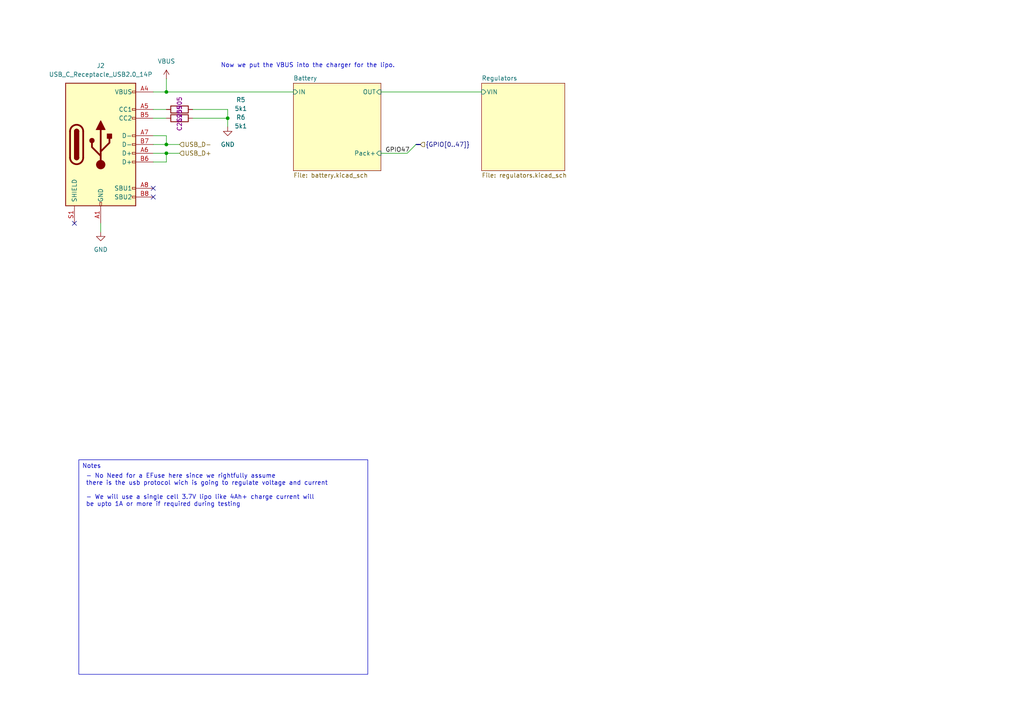
<source format=kicad_sch>
(kicad_sch (version 20250114) (generator "eeschema") (generator_version "9.0")
  (paper "A4")
  (title_block (rev "Rev.1"))
  (lib_symbols
    (symbol "Connector:USB_C_Receptacle_USB2.0_16P" (pin_names (offset 1.016))
      (property "Reference" "J" (at 0 22.225 0))
      (property "Value" "USB_C_Receptacle_USB2.0_16P" (at 0 19.685 0))
      (symbol "USB_C_Receptacle_USB2.0_16P_0_0"
        (rectangle (start -0.254 -17.78) (end 0.254 -16.764))
        (rectangle (start 10.16 15.494) (end 9.144 14.986))
        (rectangle (start 10.16 10.414) (end 9.144 9.906))
        (rectangle (start 10.16 7.874) (end 9.144 7.366))
        (rectangle (start 10.16 2.794) (end 9.144 2.286))
        (rectangle (start 10.16 0.254) (end 9.144 -0.254))
        (rectangle (start 10.16 -2.286) (end 9.144 -2.794))
        (rectangle (start 10.16 -4.826) (end 9.144 -5.334))
        (rectangle (start 10.16 -12.446) (end 9.144 -12.954))
        (rectangle (start 10.16 -14.986) (end 9.144 -15.494))
      )
      (symbol "USB_C_Receptacle_USB2.0_16P_0_1"
        (rectangle (start -10.16 17.78) (end 10.16 -17.78) (stroke (width 0.254)) (fill (type background)))
        (polyline (pts (xy -8.89 -3.81) (xy -8.89 3.81)) (stroke (width 0.508)))
        (rectangle (start -7.62 -3.81) (end -6.35 3.81) (stroke (width 0.254)) (fill (type outline)))
        (arc (start -7.62 3.81) (mid -6.985 4.4423) (end -6.35 3.81) (stroke (width 0.254)))
        (arc (start -7.62 3.81) (mid -6.985 4.4423) (end -6.35 3.81) (stroke (width 0.254)) (fill (type outline)))
        (arc (start -8.89 3.81) (mid -6.985 5.7067) (end -5.08 3.81) (stroke (width 0.508)))
        (arc (start -5.08 -3.81) (mid -6.985 -5.7067) (end -8.89 -3.81) (stroke (width 0.508)))
        (arc (start -6.35 -3.81) (mid -6.985 -4.4423) (end -7.62 -3.81) (stroke (width 0.254)))
        (arc (start -6.35 -3.81) (mid -6.985 -4.4423) (end -7.62 -3.81) (stroke (width 0.254)) (fill (type outline)))
        (polyline (pts (xy -5.08 3.81) (xy -5.08 -3.81)) (stroke (width 0.508)))
        (circle (center -2.54 1.143) (radius 0.635) (stroke (width 0.254)) (fill (type outline)))
        (polyline (pts (xy -1.27 4.318) (xy 0 6.858) (xy 1.27 4.318) (xy -1.27 4.318)) (stroke (width 0.254)) (fill (type outline)))
        (polyline (pts (xy 0 -2.032) (xy 2.54 0.508) (xy 2.54 1.778)) (stroke (width 0.508)))
        (polyline (pts (xy 0 -3.302) (xy -2.54 -0.762) (xy -2.54 0.508)) (stroke (width 0.508)))
        (polyline (pts (xy 0 -5.842) (xy 0 4.318)) (stroke (width 0.508)))
        (circle (center 0 -5.842) (radius 1.27) (fill (type outline)))
        (rectangle (start 1.905 1.778) (end 3.175 3.048) (stroke (width 0.254)) (fill (type outline)))
      )
      (symbol "USB_C_Receptacle_USB2.0_16P_1_1"
        (pin passive line (at -7.62 -22.86 90) (length 5.08) (name "SHIELD") (number "S1"))
        (pin passive line (at 0 -22.86 90) (length 5.08) (name "GND") (number "A1"))
        (pin passive line (at 0 -22.86 90) (length 5.08) (hide yes) (name "GND") (number "A12"))
        (pin passive line (at 0 -22.86 90) (length 5.08) (hide yes) (name "GND") (number "B1"))
        (pin passive line (at 0 -22.86 90) (length 5.08) (hide yes) (name "GND") (number "B12"))
        (pin passive line (at 15.24 15.24 180) (length 5.08) (name "VBUS") (number "A4"))
        (pin passive line (at 15.24 15.24 180) (length 5.08) (hide yes) (name "VBUS") (number "A9"))
        (pin passive line (at 15.24 15.24 180) (length 5.08) (hide yes) (name "VBUS") (number "B4"))
        (pin passive line (at 15.24 15.24 180) (length 5.08) (hide yes) (name "VBUS") (number "B9"))
        (pin bidirectional line (at 15.24 10.16 180) (length 5.08) (name "CC1") (number "A5"))
        (pin bidirectional line (at 15.24 7.62 180) (length 5.08) (name "CC2") (number "B5"))
        (pin bidirectional line (at 15.24 2.54 180) (length 5.08) (name "D-") (number "A7"))
        (pin bidirectional line (at 15.24 0 180) (length 5.08) (name "D-") (number "B7"))
        (pin bidirectional line (at 15.24 -2.54 180) (length 5.08) (name "D+") (number "A6"))
        (pin bidirectional line (at 15.24 -5.08 180) (length 5.08) (name "D+") (number "B6"))
        (pin bidirectional line (at 15.24 -12.7 180) (length 5.08) (name "SBU1") (number "A8"))
        (pin bidirectional line (at 15.24 -15.24 180) (length 5.08) (name "SBU2") (number "B8"))
      )
    )
    (symbol "Device:R" (pin_numbers (hide yes)) (pin_names (offset 0))
      (property "Reference" "R" (at 2.032 0 90))
      (property "Value" "R" (at 0 0 90))
      (symbol "R_0_1"
        (rectangle (start -1.016 -2.54) (end 1.016 2.54) (stroke (width 0.254)))
      )
      (symbol "R_1_1"
        (pin passive line (at 0 3.81 270) (length 1.27) (name "~") (number "1"))
        (pin passive line (at 0 -3.81 90) (length 1.27) (name "~") (number "2"))
      )
    )
    (symbol "power:GND" (power) (pin_numbers (hide yes)) (pin_names (offset 0) (hide yes))
      (property "Value" "GND" (at 0 -3.81 0))
      (symbol "GND_0_1"
        (polyline (pts (xy 0 0) (xy 0 -1.27) (xy 1.27 -1.27) (xy 0 -2.54) (xy -1.27 -1.27) (xy 0 -1.27)))
      )
      (symbol "GND_1_1"
        (pin power_in line (at 0 0 270) (length 0) (name "~") (number "1"))
      )
    )
    (symbol "power:VBUS" (power) (pin_numbers (hide yes)) (pin_names (offset 0) (hide yes))
      (property "Value" "VBUS" (at 0 3.556 0))
      (symbol "VBUS_0_1"
        (polyline (pts (xy -0.762 1.27) (xy 0 2.54)))
        (polyline (pts (xy 0 2.54) (xy 0.762 1.27)))
        (polyline (pts (xy 0 0) (xy 0 2.54)))
      )
      (symbol "VBUS_1_1"
        (pin power_in line (at 0 0 90) (length 0) (name "~") (number "1"))
      )
    )
  )
  (text "- No Need for a EFuse here since we rightfully assume \nthere is the usb protocol wich is going to regulate voltage and current\n\n- We will use a single cell 3.7V lipo like 4Ah+ charge current will \nbe upto 1A or more if required during testing" (at 24.892 142.24 0) (effects (font (size 1.27 1.27)) (justify left)))
  (text "Now we put the VBUS into the charger for the lipo." (at 64.008 19.05 0) (effects (font (size 1.27 1.27)) (justify left)))
  (text_box "Notes" (at 22.86 133.35 0) (size 83.82 62.23) (margins 0.9525 0.9525 0.9525 0.9525) (effects (font (size 1.27 1.27)) (justify left top)))
  (junction (at 48.26 41.91))
  (junction (at 66.04 34.29))
  (junction (at 48.26 44.45))
  (junction (at 48.26 26.67))
  (no_connect (at 44.45 57.15))
  (no_connect (at 21.59 64.77))
  (no_connect (at 44.45 54.61))
  (bus_entry (at 120.65 41.91) (size -2.54 2.54))
  (wire (pts (xy 48.26 41.91) (xy 52.07 41.91)))
  (wire (pts (xy 44.45 34.29) (xy 48.26 34.29)))
  (wire (pts (xy 66.04 34.29) (xy 55.88 34.29)))
  (wire (pts (xy 48.26 22.86) (xy 48.26 26.67)))
  (wire (pts (xy 48.26 39.37) (xy 44.45 39.37)))
  (wire (pts (xy 66.04 31.75) (xy 66.04 34.29)))
  (wire (pts (xy 44.45 44.45) (xy 48.26 44.45)))
  (wire (pts (xy 48.26 44.45) (xy 52.07 44.45)))
  (wire (pts (xy 48.26 26.67) (xy 85.09 26.67)))
  (wire (pts (xy 110.49 44.45) (xy 118.11 44.45)))
  (wire (pts (xy 44.45 31.75) (xy 48.26 31.75)))
  (wire (pts (xy 44.45 41.91) (xy 48.26 41.91)))
  (wire (pts (xy 48.26 26.67) (xy 44.45 26.67)))
  (wire (pts (xy 66.04 36.83) (xy 66.04 34.29)))
  (wire (pts (xy 48.26 41.91) (xy 48.26 39.37)))
  (wire (pts (xy 55.88 31.75) (xy 66.04 31.75)))
  (wire (pts (xy 48.26 46.99) (xy 44.45 46.99)))
  (wire (pts (xy 29.21 64.77) (xy 29.21 67.31)))
  (wire (pts (xy 110.49 26.67) (xy 139.7 26.67)))
  (wire (pts (xy 48.26 44.45) (xy 48.26 46.99)))
  (bus (pts (xy 120.65 41.91) (xy 121.92 41.91)))
  (label "GPIO47" (at 111.76 44.45 0))
  (hierarchical_label "USB_D+" (shape input) (at 52.07 44.45 0))
  (hierarchical_label "{GPIO[0..47]}" (shape input) (at 121.92 41.91 0))
  (hierarchical_label "USB_D-" (shape input) (at 52.07 41.91 0))
  (symbol (lib_id "power:GND") (at 29.21 67.31 0) (unit 1)
    (property "Reference" "#PWR014" (effects (hide yes)))
    (property "Value" "GND" (at 29.21 72.39 0))
    (property "Description" "Power symbol creates a global label with name \"GND\" , ground" (effects (hide yes)))
  )
  (symbol (lib_id "power:VBUS") (at 48.26 22.86 0) (unit 1)
    (property "Reference" "#PWR013" (effects (hide yes)))
    (property "Value" "VBUS" (at 48.26 17.78 0))
    (property "Description" "Power symbol creates a global label with name \"VBUS\"" (effects (hide yes)))
  )
  (symbol (lib_id "power:GND") (at 66.04 36.83 0) (unit 1)
    (property "Reference" "#PWR010" (effects (hide yes)))
    (property "Value" "GND" (at 66.04 41.91 0))
    (property "Description" "Power symbol creates a global label with name \"GND\" , ground" (effects (hide yes)))
  )
  (symbol (lib_id "Device:R") (at 52.07 31.75 90) (unit 1)
    (property "Reference" "R5" (at 69.85 28.956 90))
    (property "Value" "5k1" (at 69.85 31.496 90))
    (property "Footprint" "Resistor_SMD:R_0402_1005Metric" (effects (hide yes)))
    (property "Description" "Resistor" (effects (hide yes)))
    (property "LCSC" "C25905" (at 52.07 31.75 0))
  )
  (symbol (lib_id "Connector:USB_C_Receptacle_USB2.0_16P") (at 29.21 41.91 0) (unit 1)
    (property "Reference" "J2" (at 29.21 19.05 0))
    (property "Value" "USB_C_Receptacle_USB2.0_14P" (at 29.21 21.59 0))
    (property "Footprint" "Connector_USB:USB_C_Receptacle_G-Switch_GT-USB-7010ASV" (effects (hide yes)))
    (property "Datasheet" "https://www.usb.org/sites/default/files/documents/usb_type-c.zip" (effects (hide yes)))
    (property "Description" "USB 2.0-only 16P Type-C Receptacle connector" (effects (hide yes)))
    (property "LCSC" "C2988369" (effects (hide yes)))
  )
  (symbol (lib_id "Device:R") (at 52.07 34.29 90) (unit 1)
    (property "Reference" "R6" (at 69.85 34.036 90))
    (property "Value" "5k1" (at 69.85 36.576 90))
    (property "Footprint" "Resistor_SMD:R_0402_1005Metric" (effects (hide yes)))
    (property "Description" "Resistor" (effects (hide yes)))
    (property "LCSC" "C25905" (at 52.07 34.29 0))
  )
  (sheet (at 139.7 24.13) (size 24.13 25.4) (stroke (width 0.1524)) (fill (color 255 255 194 1.0000))
    (property "Sheetname" "Regulators" (at 139.7 23.4184 0) (effects (justify left bottom)))
    (property "Sheetfile" "regulators.kicad_sch" (at 139.7 50.1146 0) (effects (justify left top)))
    (pin "VIN" input (at 139.7 26.67 180))
  )
  (sheet (at 85.09 24.13) (size 25.4 25.4) (stroke (width 0.1524)) (fill (color 255 255 194 1.0000))
    (property "Sheetname" "Battery" (at 85.09 23.4184 0) (effects (justify left bottom)))
    (property "Sheetfile" "battery.kicad_sch" (at 85.09 50.1146 0) (effects (justify left top)))
    (pin "IN" input (at 85.09 26.67 180))
    (pin "OUT" input (at 110.49 26.67 0))
    (pin "Pack+" input (at 110.49 44.45 0))
  )
)
</source>
